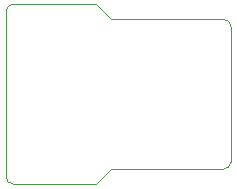
<source format=gbr>
G04 #@! TF.GenerationSoftware,KiCad,Pcbnew,(5.1.5)-2*
G04 #@! TF.CreationDate,2019-12-06T13:47:24+11:00*
G04 #@! TF.ProjectId,SWD-Breakout,5357442d-4272-4656-916b-6f75742e6b69,rev?*
G04 #@! TF.SameCoordinates,Original*
G04 #@! TF.FileFunction,Profile,NP*
%FSLAX46Y46*%
G04 Gerber Fmt 4.6, Leading zero omitted, Abs format (unit mm)*
G04 Created by KiCad (PCBNEW (5.1.5)-2) date 2019-12-06 13:47:24*
%MOMM*%
%LPD*%
G04 APERTURE LIST*
%ADD10C,0.050000*%
G04 APERTURE END LIST*
D10*
X140970000Y-73660000D02*
X142240000Y-74930000D01*
X140970000Y-88900000D02*
X142240000Y-87630000D01*
X140970000Y-88900000D02*
X133985000Y-88900000D01*
X151765000Y-87630000D02*
X142240000Y-87630000D01*
X152400000Y-75565000D02*
X152400000Y-86995000D01*
X142240000Y-74930000D02*
X151765000Y-74930000D01*
X133350000Y-74295000D02*
X133350000Y-88265000D01*
X140970000Y-73660000D02*
X133985000Y-73660000D01*
X133350000Y-74295000D02*
G75*
G02X133985000Y-73660000I635000J0D01*
G01*
X133985000Y-88900000D02*
G75*
G02X133350000Y-88265000I0J635000D01*
G01*
X152400000Y-86995000D02*
G75*
G02X151765000Y-87630000I-635000J0D01*
G01*
X151765000Y-74930000D02*
G75*
G02X152400000Y-75565000I0J-635000D01*
G01*
M02*

</source>
